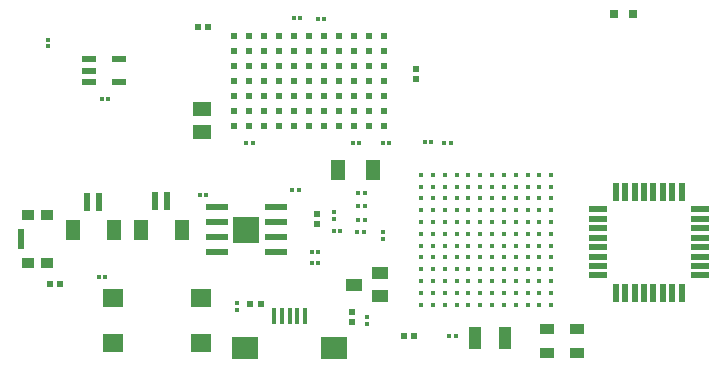
<source format=gtp>
G04 Layer_Color=8421504*
%FSLAX43Y43*%
%MOMM*%
G71*
G01*
G75*
%ADD10R,0.360X0.340*%
%ADD11R,0.340X0.360*%
%ADD12R,1.210X0.590*%
%ADD13C,0.450*%
%ADD14R,1.143X0.889*%
%ADD15R,1.400X1.000*%
%ADD16R,0.550X1.700*%
%ADD17R,1.000X0.900*%
%ADD18R,1.150X1.820*%
%ADD19R,1.200X1.800*%
%ADD20R,0.600X1.550*%
%ADD21R,1.100X1.900*%
%ADD22R,1.670X1.555*%
%ADD23R,0.600X0.540*%
%ADD24R,0.540X0.600*%
%ADD25C,0.610*%
%ADD26R,1.500X1.300*%
%ADD27R,2.300X1.900*%
%ADD28R,0.400X1.400*%
%ADD29R,1.500X0.550*%
%ADD30R,0.550X1.500*%
%ADD31R,1.905X0.559*%
%ADD32R,2.286X2.286*%
%ADD33R,0.800X0.800*%
D10*
X-59284Y28449D02*
D03*
Y27889D02*
D03*
X-30937Y12142D02*
D03*
Y11582D02*
D03*
X-35077Y13259D02*
D03*
Y13819D02*
D03*
X-43282Y5563D02*
D03*
Y6123D02*
D03*
X-32258Y4953D02*
D03*
Y4393D02*
D03*
D11*
X-54737Y23393D02*
D03*
X-54177D02*
D03*
X-36397Y9500D02*
D03*
X-36372Y10465D02*
D03*
X-27375Y19761D02*
D03*
X-26815D02*
D03*
X-38049Y15697D02*
D03*
X-38609D02*
D03*
X-46432Y15291D02*
D03*
X-45872D02*
D03*
X-25189Y19736D02*
D03*
X-25749D02*
D03*
X-25325Y3353D02*
D03*
X-24765D02*
D03*
X-36932Y10465D02*
D03*
X-36957Y9500D02*
D03*
X-54407Y8382D02*
D03*
X-54967D02*
D03*
X-35079Y12268D02*
D03*
X-34519D02*
D03*
X-32435Y15494D02*
D03*
X-32995D02*
D03*
X-30371Y19660D02*
D03*
X-30931D02*
D03*
X-36449Y30226D02*
D03*
X-35889D02*
D03*
X-33478Y19660D02*
D03*
X-32918D02*
D03*
X-42494Y19685D02*
D03*
X-41934D02*
D03*
X-37897Y30251D02*
D03*
X-38457D02*
D03*
X-33020Y13157D02*
D03*
X-32460D02*
D03*
X-32511Y12141D02*
D03*
X-33071D02*
D03*
X-32461Y14326D02*
D03*
X-33021D02*
D03*
D12*
X-53274Y26782D02*
D03*
X-55784Y24882D02*
D03*
Y25832D02*
D03*
X-53274Y24882D02*
D03*
X-55784Y26782D02*
D03*
D13*
X-16673Y6011D02*
D03*
Y7011D02*
D03*
Y8011D02*
D03*
Y9011D02*
D03*
Y10011D02*
D03*
Y11011D02*
D03*
Y12011D02*
D03*
Y13011D02*
D03*
X-17673Y6011D02*
D03*
Y7011D02*
D03*
Y8011D02*
D03*
Y9011D02*
D03*
Y10011D02*
D03*
Y11011D02*
D03*
Y12011D02*
D03*
Y13011D02*
D03*
X-18673Y6011D02*
D03*
Y7011D02*
D03*
Y8011D02*
D03*
Y9011D02*
D03*
Y10011D02*
D03*
Y11011D02*
D03*
Y12011D02*
D03*
Y13011D02*
D03*
X-19673Y6011D02*
D03*
Y7011D02*
D03*
Y8011D02*
D03*
Y9011D02*
D03*
Y10011D02*
D03*
Y11011D02*
D03*
Y12011D02*
D03*
Y13011D02*
D03*
X-20673Y6011D02*
D03*
Y7011D02*
D03*
Y8011D02*
D03*
Y9011D02*
D03*
Y10011D02*
D03*
Y11011D02*
D03*
Y12011D02*
D03*
Y13011D02*
D03*
X-21673Y6011D02*
D03*
Y7011D02*
D03*
Y8011D02*
D03*
Y9011D02*
D03*
Y10011D02*
D03*
Y11011D02*
D03*
Y12011D02*
D03*
Y13011D02*
D03*
X-22673Y6011D02*
D03*
Y7011D02*
D03*
Y8011D02*
D03*
Y9011D02*
D03*
Y10011D02*
D03*
Y11011D02*
D03*
Y12011D02*
D03*
Y13011D02*
D03*
X-23673Y6011D02*
D03*
Y7011D02*
D03*
Y8011D02*
D03*
Y9011D02*
D03*
Y10011D02*
D03*
Y11011D02*
D03*
Y12011D02*
D03*
Y13011D02*
D03*
X-24673Y6011D02*
D03*
Y7011D02*
D03*
Y8011D02*
D03*
Y9011D02*
D03*
Y10011D02*
D03*
Y11011D02*
D03*
Y12011D02*
D03*
Y13011D02*
D03*
X-25673Y6011D02*
D03*
Y7011D02*
D03*
Y8011D02*
D03*
Y9011D02*
D03*
Y10011D02*
D03*
Y11011D02*
D03*
Y12011D02*
D03*
Y13011D02*
D03*
X-26673Y6011D02*
D03*
Y7011D02*
D03*
Y8011D02*
D03*
Y9011D02*
D03*
Y10011D02*
D03*
Y11011D02*
D03*
Y12011D02*
D03*
Y13011D02*
D03*
X-27673Y6011D02*
D03*
Y7011D02*
D03*
Y8011D02*
D03*
Y9011D02*
D03*
Y10011D02*
D03*
Y11011D02*
D03*
Y12011D02*
D03*
Y13011D02*
D03*
X-16673Y14011D02*
D03*
X-17673D02*
D03*
X-18673D02*
D03*
X-19673D02*
D03*
X-20673D02*
D03*
X-21673D02*
D03*
X-22673D02*
D03*
X-23673D02*
D03*
X-24673D02*
D03*
X-25673D02*
D03*
X-26673D02*
D03*
X-27673D02*
D03*
X-16673Y15011D02*
D03*
X-17673D02*
D03*
X-18673D02*
D03*
X-19673D02*
D03*
X-20673D02*
D03*
X-21673D02*
D03*
X-22673D02*
D03*
X-23673D02*
D03*
X-24673D02*
D03*
X-25673D02*
D03*
X-26673D02*
D03*
X-27673D02*
D03*
X-16673Y16011D02*
D03*
X-17673D02*
D03*
X-18673D02*
D03*
X-19673D02*
D03*
X-20673D02*
D03*
X-21673D02*
D03*
X-22673D02*
D03*
X-23673D02*
D03*
X-24673D02*
D03*
X-25673D02*
D03*
X-26673D02*
D03*
X-27673D02*
D03*
X-16673Y17011D02*
D03*
X-17673D02*
D03*
X-18673D02*
D03*
X-19673D02*
D03*
X-20673D02*
D03*
X-21673D02*
D03*
X-22673D02*
D03*
X-23673D02*
D03*
X-24673D02*
D03*
X-25673D02*
D03*
X-26673D02*
D03*
X-27673D02*
D03*
D14*
X-17043Y3962D02*
D03*
X-14503D02*
D03*
X-17043Y1930D02*
D03*
X-14503D02*
D03*
D15*
X-33366Y7706D02*
D03*
X-31166Y8656D02*
D03*
Y6756D02*
D03*
D16*
X-61598Y11582D02*
D03*
D17*
X-60973Y13632D02*
D03*
X-59373D02*
D03*
Y9532D02*
D03*
X-60973D02*
D03*
D18*
X-31752Y17374D02*
D03*
X-34722D02*
D03*
D19*
X-57161Y12294D02*
D03*
X-53670D02*
D03*
X-51395Y12370D02*
D03*
X-47904D02*
D03*
D20*
X-55947Y14728D02*
D03*
X-54947Y14728D02*
D03*
X-50181Y14804D02*
D03*
X-49181Y14804D02*
D03*
D21*
X-23099Y3175D02*
D03*
X-20599D02*
D03*
D22*
X-46330Y2733D02*
D03*
Y6563D02*
D03*
X-53746Y2723D02*
D03*
Y6553D02*
D03*
D23*
X-33553Y5383D02*
D03*
Y4523D02*
D03*
X-36525Y12852D02*
D03*
Y13712D02*
D03*
X-28092Y25932D02*
D03*
Y25072D02*
D03*
D24*
X-29105Y3378D02*
D03*
X-28245D02*
D03*
X-58244Y7722D02*
D03*
X-59104D02*
D03*
X-41279Y6045D02*
D03*
X-42139D02*
D03*
X-45722Y29540D02*
D03*
X-46582D02*
D03*
D25*
X-30836Y28753D02*
D03*
Y27483D02*
D03*
Y26213D02*
D03*
Y24943D02*
D03*
Y23673D02*
D03*
Y22403D02*
D03*
X-32106Y28753D02*
D03*
Y27483D02*
D03*
Y26213D02*
D03*
Y24943D02*
D03*
Y23673D02*
D03*
Y22403D02*
D03*
X-33376Y28753D02*
D03*
Y27483D02*
D03*
Y26213D02*
D03*
Y24943D02*
D03*
Y23673D02*
D03*
Y22403D02*
D03*
X-34646Y28753D02*
D03*
Y27483D02*
D03*
Y26213D02*
D03*
Y24943D02*
D03*
Y23673D02*
D03*
Y22403D02*
D03*
X-35916Y28753D02*
D03*
Y27483D02*
D03*
Y26213D02*
D03*
Y24943D02*
D03*
Y23673D02*
D03*
Y22403D02*
D03*
X-37186Y28753D02*
D03*
Y27483D02*
D03*
Y26213D02*
D03*
Y24943D02*
D03*
Y23673D02*
D03*
Y22403D02*
D03*
X-38456Y28753D02*
D03*
Y27483D02*
D03*
Y26213D02*
D03*
Y24943D02*
D03*
Y23673D02*
D03*
Y22403D02*
D03*
X-39726Y28753D02*
D03*
Y27483D02*
D03*
Y26213D02*
D03*
Y24943D02*
D03*
Y23673D02*
D03*
Y22403D02*
D03*
X-40996Y28753D02*
D03*
Y27483D02*
D03*
Y26213D02*
D03*
Y24943D02*
D03*
Y23673D02*
D03*
Y22403D02*
D03*
X-42266Y28753D02*
D03*
Y27483D02*
D03*
Y26213D02*
D03*
Y24943D02*
D03*
Y23673D02*
D03*
Y22403D02*
D03*
X-30836Y21133D02*
D03*
X-32106D02*
D03*
X-33376D02*
D03*
X-34646D02*
D03*
X-35916D02*
D03*
X-37186D02*
D03*
X-38456D02*
D03*
X-39726D02*
D03*
X-40996D02*
D03*
X-42266D02*
D03*
X-43536Y28753D02*
D03*
Y27483D02*
D03*
Y26213D02*
D03*
Y24943D02*
D03*
Y23673D02*
D03*
Y22403D02*
D03*
Y21133D02*
D03*
D26*
X-46203Y22565D02*
D03*
Y20665D02*
D03*
D27*
X-35061Y2337D02*
D03*
X-42561D02*
D03*
D28*
X-37511Y5087D02*
D03*
X-38161D02*
D03*
X-38811D02*
D03*
X-39461D02*
D03*
X-40111D02*
D03*
D29*
X-4107Y14078D02*
D03*
Y13278D02*
D03*
Y12478D02*
D03*
Y11678D02*
D03*
Y10878D02*
D03*
Y10078D02*
D03*
Y9278D02*
D03*
Y8478D02*
D03*
X-12707D02*
D03*
Y9278D02*
D03*
Y10078D02*
D03*
Y10878D02*
D03*
Y11678D02*
D03*
Y12478D02*
D03*
Y13278D02*
D03*
Y14078D02*
D03*
D30*
X-5607Y6978D02*
D03*
X-6407D02*
D03*
X-7207D02*
D03*
X-8007D02*
D03*
X-8807D02*
D03*
X-9607D02*
D03*
X-10407D02*
D03*
X-11207D02*
D03*
Y15578D02*
D03*
X-10407D02*
D03*
X-9607D02*
D03*
X-8807D02*
D03*
X-8007D02*
D03*
X-7207D02*
D03*
X-6407D02*
D03*
X-5607D02*
D03*
D31*
X-39980Y10439D02*
D03*
Y11709D02*
D03*
Y12979D02*
D03*
Y14249D02*
D03*
X-44958D02*
D03*
Y12979D02*
D03*
Y11709D02*
D03*
Y10439D02*
D03*
D32*
X-42469Y12344D02*
D03*
D33*
X-9716Y30658D02*
D03*
X-11366D02*
D03*
M02*

</source>
